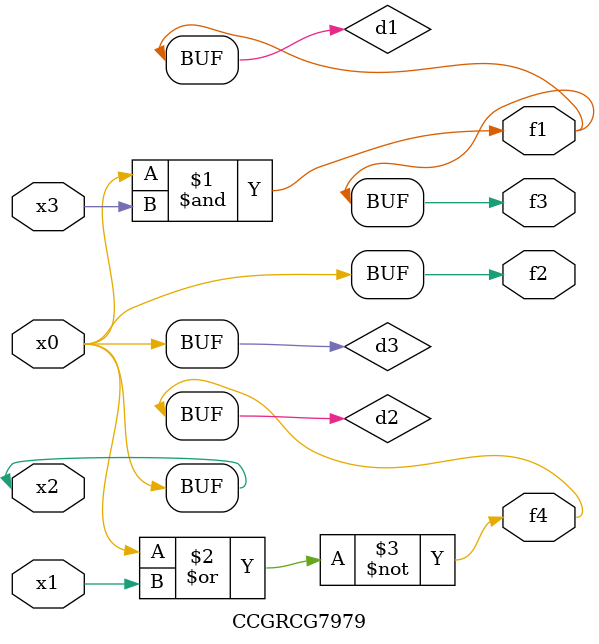
<source format=v>
module CCGRCG7979(
	input x0, x1, x2, x3,
	output f1, f2, f3, f4
);

	wire d1, d2, d3;

	and (d1, x2, x3);
	nor (d2, x0, x1);
	buf (d3, x0, x2);
	assign f1 = d1;
	assign f2 = d3;
	assign f3 = d1;
	assign f4 = d2;
endmodule

</source>
